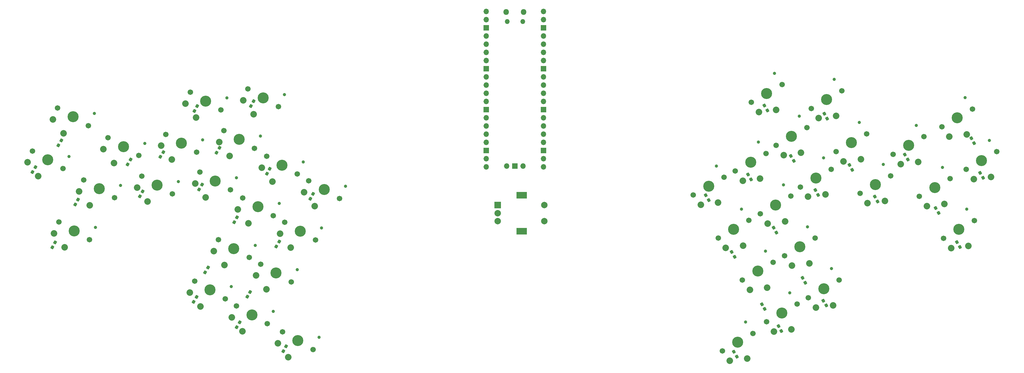
<source format=gbr>
%TF.GenerationSoftware,KiCad,Pcbnew,8.0.8*%
%TF.CreationDate,2025-03-16T10:34:52+05:30*%
%TF.ProjectId,keyboard,6b657962-6f61-4726-942e-6b696361645f,rev?*%
%TF.SameCoordinates,Original*%
%TF.FileFunction,Soldermask,Bot*%
%TF.FilePolarity,Negative*%
%FSLAX46Y46*%
G04 Gerber Fmt 4.6, Leading zero omitted, Abs format (unit mm)*
G04 Created by KiCad (PCBNEW 8.0.8) date 2025-03-16 10:34:52*
%MOMM*%
%LPD*%
G01*
G04 APERTURE LIST*
G04 Aperture macros list*
%AMRoundRect*
0 Rectangle with rounded corners*
0 $1 Rounding radius*
0 $2 $3 $4 $5 $6 $7 $8 $9 X,Y pos of 4 corners*
0 Add a 4 corners polygon primitive as box body*
4,1,4,$2,$3,$4,$5,$6,$7,$8,$9,$2,$3,0*
0 Add four circle primitives for the rounded corners*
1,1,$1+$1,$2,$3*
1,1,$1+$1,$4,$5*
1,1,$1+$1,$6,$7*
1,1,$1+$1,$8,$9*
0 Add four rect primitives between the rounded corners*
20,1,$1+$1,$2,$3,$4,$5,0*
20,1,$1+$1,$4,$5,$6,$7,0*
20,1,$1+$1,$6,$7,$8,$9,0*
20,1,$1+$1,$8,$9,$2,$3,0*%
G04 Aperture macros list end*
%ADD10C,1.701800*%
%ADD11C,3.429000*%
%ADD12C,0.990600*%
%ADD13C,2.032000*%
%ADD14R,2.000000X2.000000*%
%ADD15C,2.000000*%
%ADD16R,3.200000X2.000000*%
%ADD17O,1.800000X1.800000*%
%ADD18O,1.500000X1.500000*%
%ADD19O,1.700000X1.700000*%
%ADD20R,1.700000X1.700000*%
%ADD21RoundRect,0.237500X-0.061931X0.367732X-0.349431X-0.130232X0.061931X-0.367732X0.349431X0.130232X0*%
%ADD22RoundRect,0.237500X-0.349431X0.130232X-0.061931X-0.367732X0.349431X-0.130232X0.061931X0.367732X0*%
G04 APERTURE END LIST*
D10*
%TO.C,SW22*%
X260298896Y-62974533D03*
D11*
X265062036Y-60224533D03*
D12*
X267482689Y-53977226D03*
D10*
X269825176Y-57474533D03*
D13*
X268012036Y-65334083D03*
X262631909Y-66015430D03*
%TD*%
D14*
%TO.C,SW42*%
X181500000Y-94900000D03*
D15*
X181500000Y-99900000D03*
X181500000Y-97400000D03*
D16*
X189000000Y-91800000D03*
X189000000Y-103000000D03*
D15*
X196000000Y-99900000D03*
X196000000Y-94900000D03*
%TD*%
D10*
%TO.C,SW14*%
X94855297Y-105654304D03*
D11*
X99618437Y-108404304D03*
D12*
X106239090Y-107376997D03*
D10*
X104381577Y-111154304D03*
D13*
X96668437Y-113513854D03*
X93388310Y-109195201D03*
%TD*%
D10*
%TO.C,SW18*%
X257510394Y-118144702D03*
D11*
X262273534Y-115394702D03*
D12*
X264694187Y-109147395D03*
D10*
X267036674Y-112644702D03*
D13*
X265223534Y-120504252D03*
X259843407Y-121185599D03*
%TD*%
D10*
%TO.C,SW32*%
X87455299Y-118471479D03*
D11*
X92218439Y-121221479D03*
D12*
X98839092Y-120194172D03*
D10*
X96981579Y-123971479D03*
D13*
X89268439Y-126331029D03*
X85988312Y-122012376D03*
%TD*%
D10*
%TO.C,SW15*%
X107953296Y-113216439D03*
D11*
X112716436Y-115966439D03*
D12*
X119337089Y-114939132D03*
D10*
X117479576Y-118716439D03*
D13*
X109766436Y-121075989D03*
X106486309Y-116757336D03*
%TD*%
D10*
%TO.C,SW29*%
X312472597Y-92185761D03*
D11*
X317235737Y-89435761D03*
D12*
X319656390Y-83188454D03*
D10*
X321998877Y-86685761D03*
D13*
X320185737Y-94545311D03*
X314805610Y-95226658D03*
%TD*%
D10*
%TO.C,SW27*%
X294049205Y-91275509D03*
D11*
X298812345Y-88525509D03*
D12*
X301232998Y-82278202D03*
D10*
X303575485Y-85775509D03*
D13*
X301762345Y-93635059D03*
X296382218Y-94316406D03*
%TD*%
D10*
%TO.C,SW11*%
X45286598Y-100129813D03*
D11*
X50049738Y-102879813D03*
D12*
X56670391Y-101852506D03*
D10*
X54812878Y-105629813D03*
D13*
X47099738Y-107989363D03*
X43819611Y-103670710D03*
%TD*%
D10*
%TO.C,SW20*%
X263068441Y-97615254D03*
D11*
X267831581Y-94865254D03*
D12*
X270252234Y-88617947D03*
D10*
X272594721Y-92115254D03*
D13*
X270781581Y-99974804D03*
X265401454Y-100656151D03*
%TD*%
D10*
%TO.C,SW30*%
X319972598Y-105176146D03*
D11*
X324735738Y-102426146D03*
D12*
X327156391Y-96178839D03*
D10*
X329498878Y-99676146D03*
D13*
X327685738Y-107535696D03*
X322305611Y-108217043D03*
%TD*%
D10*
%TO.C,SW12*%
X71041527Y-85900975D03*
D11*
X75804667Y-88650975D03*
D12*
X82425320Y-87623668D03*
D10*
X80567807Y-91400975D03*
D13*
X72854667Y-93760525D03*
X69574540Y-89441872D03*
%TD*%
D10*
%TO.C,SW25*%
X278868386Y-64862765D03*
D11*
X283631526Y-62112765D03*
D12*
X286052179Y-55865458D03*
D10*
X288394666Y-59362765D03*
D13*
X286581526Y-67222315D03*
X281201399Y-67903662D03*
%TD*%
D10*
%TO.C,SW21*%
X270568441Y-110605634D03*
D11*
X275331581Y-107855634D03*
D12*
X277752234Y-101608327D03*
D10*
X280094721Y-105105634D03*
D13*
X278281581Y-112965184D03*
X272901454Y-113646531D03*
%TD*%
D10*
%TO.C,SW7*%
X78541528Y-72910593D03*
D11*
X83304668Y-75660593D03*
D12*
X89925321Y-74633286D03*
D10*
X88067808Y-78410593D03*
D13*
X80354668Y-80770143D03*
X77074541Y-76451490D03*
%TD*%
D10*
%TO.C,SW24*%
X275558822Y-89249228D03*
D11*
X280321962Y-86499228D03*
D12*
X282742615Y-80251921D03*
D10*
X285085102Y-83749228D03*
D13*
X283271962Y-91608778D03*
X277891835Y-92290125D03*
%TD*%
D10*
%TO.C,SW13*%
X89081908Y-84654119D03*
D11*
X93845048Y-87404119D03*
D12*
X100465701Y-86376812D03*
D10*
X98608188Y-90154119D03*
D13*
X90895048Y-92513669D03*
X87614921Y-88195016D03*
%TD*%
D10*
%TO.C,SW9*%
X102355299Y-92663927D03*
D11*
X107118439Y-95413927D03*
D12*
X113739092Y-94386620D03*
D10*
X111881579Y-98163927D03*
D13*
X104168439Y-100523477D03*
X100888312Y-96204824D03*
%TD*%
D17*
%TO.C,U1*%
X184165000Y-34890000D03*
D18*
X184465000Y-37920000D03*
X189315000Y-37920000D03*
D17*
X189615000Y-34890000D03*
D19*
X178000000Y-34760000D03*
X178000000Y-37300000D03*
D20*
X178000000Y-39840000D03*
D19*
X178000000Y-42380000D03*
X178000000Y-44920000D03*
X178000000Y-47460000D03*
X178000000Y-50000000D03*
D20*
X178000000Y-52540000D03*
D19*
X178000000Y-55080000D03*
X178000000Y-57620000D03*
X178000000Y-60160000D03*
X178000000Y-62700000D03*
D20*
X178000000Y-65240000D03*
D19*
X178000000Y-67780000D03*
X178000000Y-70320000D03*
X178000000Y-72860000D03*
X178000000Y-75400000D03*
D20*
X178000000Y-77940000D03*
D19*
X178000000Y-80480000D03*
X178000000Y-83020000D03*
X195780000Y-83020000D03*
X195780000Y-80480000D03*
D20*
X195780000Y-77940000D03*
D19*
X195780000Y-75400000D03*
X195780000Y-72860000D03*
X195780000Y-70320000D03*
X195780000Y-67780000D03*
D20*
X195780000Y-65240000D03*
D19*
X195780000Y-62700000D03*
X195780000Y-60160000D03*
X195780000Y-57620000D03*
X195780000Y-55080000D03*
D20*
X195780000Y-52540000D03*
D19*
X195780000Y-50000000D03*
X195780000Y-47460000D03*
X195780000Y-44920000D03*
X195780000Y-42380000D03*
D20*
X195780000Y-39840000D03*
D19*
X195780000Y-37300000D03*
X195780000Y-34760000D03*
X184350000Y-82790000D03*
D20*
X186890000Y-82790000D03*
D19*
X189430000Y-82790000D03*
%TD*%
D10*
%TO.C,SW8*%
X96531909Y-71750341D03*
D11*
X101295049Y-74500341D03*
D12*
X107915702Y-73473034D03*
D10*
X106058189Y-77250341D03*
D13*
X98345049Y-79609891D03*
X95064922Y-75291238D03*
%TD*%
D10*
%TO.C,SW38*%
X319435513Y-70545891D03*
D11*
X324198653Y-67795891D03*
D12*
X326619306Y-61548584D03*
D10*
X328961793Y-65045891D03*
D13*
X327148653Y-72905441D03*
X321768526Y-73586788D03*
%TD*%
D10*
%TO.C,SW33*%
X278000773Y-123635085D03*
D11*
X282763913Y-120885085D03*
D12*
X285184566Y-114637778D03*
D10*
X287527053Y-118135085D03*
D13*
X285713913Y-125994635D03*
X280333786Y-126675982D03*
%TD*%
D10*
%TO.C,SW19*%
X255308516Y-84330937D03*
D11*
X260071656Y-81580937D03*
D12*
X262492309Y-75333630D03*
D10*
X264834796Y-78830937D03*
D13*
X263021656Y-86690487D03*
X257641529Y-87371834D03*
%TD*%
D10*
%TO.C,SW40*%
X114735101Y-134221480D03*
D11*
X119498241Y-136971480D03*
D12*
X126118894Y-135944173D03*
D10*
X124261381Y-139721480D03*
D13*
X116548241Y-142081030D03*
X113268114Y-137762377D03*
%TD*%
D10*
%TO.C,SW16*%
X242278135Y-91761659D03*
D11*
X247041275Y-89011659D03*
D12*
X249461928Y-82764352D03*
D10*
X251804415Y-86261659D03*
D13*
X249991275Y-94121209D03*
X244611148Y-94802556D03*
%TD*%
D10*
%TO.C,SW34*%
X44909746Y-64716963D03*
D11*
X49672886Y-67466963D03*
D12*
X56293539Y-66439656D03*
D10*
X54436026Y-70216963D03*
D13*
X46722886Y-72576513D03*
X43442759Y-68257860D03*
%TD*%
D10*
%TO.C,SW5*%
X122903300Y-87322281D03*
D11*
X127666440Y-90072281D03*
D12*
X134287093Y-89044974D03*
D10*
X132429580Y-92822281D03*
D13*
X124716440Y-95181831D03*
X121436313Y-90863178D03*
%TD*%
D10*
%TO.C,SW26*%
X286600644Y-78255427D03*
D11*
X291363784Y-75505427D03*
D12*
X293784437Y-69258120D03*
D10*
X296126924Y-72755427D03*
D13*
X294313784Y-80614977D03*
X288933657Y-81296324D03*
%TD*%
D10*
%TO.C,SW10*%
X115453296Y-100226062D03*
D11*
X120216436Y-102976062D03*
D12*
X126837089Y-101948755D03*
D10*
X124979576Y-105726062D03*
D13*
X117266436Y-108085612D03*
X113986309Y-103766959D03*
%TD*%
D10*
%TO.C,SW39*%
X326993706Y-83801997D03*
D11*
X331756846Y-81051997D03*
D12*
X334177499Y-74804690D03*
D10*
X336519986Y-78301997D03*
D13*
X334706846Y-86161547D03*
X329326719Y-86842894D03*
%TD*%
D10*
%TO.C,SW37*%
X265010395Y-131135084D03*
D11*
X269773535Y-128385084D03*
D12*
X272194188Y-122137777D03*
D10*
X274536675Y-125635084D03*
D13*
X272723535Y-133494634D03*
X267343408Y-134175981D03*
%TD*%
D10*
%TO.C,SW4*%
X109805300Y-79760148D03*
D11*
X114568440Y-82510148D03*
D12*
X121189093Y-81482841D03*
D10*
X119331580Y-85260148D03*
D13*
X111618440Y-87619698D03*
X108338313Y-83301045D03*
%TD*%
D10*
%TO.C,SW28*%
X304347327Y-79112381D03*
D11*
X309110467Y-76362381D03*
D12*
X311531120Y-70115074D03*
D10*
X313873607Y-73612381D03*
D13*
X312060467Y-81471931D03*
X306680340Y-82153278D03*
%TD*%
D10*
%TO.C,SW23*%
X267991154Y-76297917D03*
D11*
X272754294Y-73547917D03*
D12*
X275174947Y-67300610D03*
D10*
X277517434Y-70797917D03*
D13*
X275704294Y-78657467D03*
X270324167Y-79338814D03*
%TD*%
D10*
%TO.C,SW3*%
X103981909Y-58846561D03*
D11*
X108745049Y-61596561D03*
D12*
X115365702Y-60569254D03*
D10*
X113508189Y-64346561D03*
D13*
X105795049Y-66706111D03*
X102514922Y-62387458D03*
%TD*%
D10*
%TO.C,SW17*%
X250010393Y-105154323D03*
D11*
X254773533Y-102404323D03*
D12*
X257194186Y-96157016D03*
D10*
X259536673Y-99654323D03*
D13*
X257723533Y-107513873D03*
X252343406Y-108195220D03*
%TD*%
D10*
%TO.C,SW2*%
X86081529Y-59850934D03*
D11*
X90844669Y-62600934D03*
D12*
X97465322Y-61573627D03*
D10*
X95607809Y-65350934D03*
D13*
X87894669Y-67710484D03*
X84614542Y-63391831D03*
%TD*%
D10*
%TO.C,SW36*%
X100453297Y-126206823D03*
D11*
X105216437Y-128956823D03*
D12*
X111837090Y-127929516D03*
D10*
X109979577Y-131706823D03*
D13*
X102266437Y-134066373D03*
X98986310Y-129747720D03*
%TD*%
D10*
%TO.C,SW6*%
X53051146Y-87061230D03*
D11*
X57814286Y-89811230D03*
D12*
X64434939Y-88783923D03*
D10*
X62577426Y-92561230D03*
D13*
X54864286Y-94920780D03*
X51584159Y-90602127D03*
%TD*%
D10*
%TO.C,SW31*%
X251288641Y-140212044D03*
D11*
X256051781Y-137462044D03*
D12*
X258472434Y-131214737D03*
D10*
X260814921Y-134712044D03*
D13*
X259001781Y-142571594D03*
X253621654Y-143252941D03*
%TD*%
D10*
%TO.C,SW35*%
X37076179Y-78069021D03*
D11*
X41839319Y-80819021D03*
D12*
X48459972Y-79791714D03*
D10*
X46602459Y-83569021D03*
D13*
X38889319Y-85928571D03*
X35609192Y-81609918D03*
%TD*%
D10*
%TO.C,SW1*%
X60591149Y-74001568D03*
D11*
X65354289Y-76751568D03*
D12*
X71974942Y-75724261D03*
D10*
X70117429Y-79501568D03*
D13*
X62404289Y-81861118D03*
X59124162Y-77542465D03*
%TD*%
D21*
%TO.C,D14*%
X91604338Y-114285145D03*
X90729340Y-115800685D03*
%TD*%
D22*
%TO.C,D64*%
X331355607Y-84892092D03*
X332230605Y-86407638D03*
%TD*%
D21*
%TO.C,D1*%
X67563837Y-80722243D03*
X66688839Y-82237783D03*
%TD*%
D22*
%TO.C,D63*%
X328594071Y-74108976D03*
X329469069Y-75624522D03*
%TD*%
%TO.C,D21*%
X276192553Y-117503153D03*
X277067551Y-119018699D03*
%TD*%
%TO.C,D20*%
X267192553Y-101914695D03*
X268067551Y-103430241D03*
%TD*%
%TO.C,D17*%
X254202174Y-109414695D03*
X255077172Y-110930241D03*
%TD*%
%TO.C,D62*%
X268743124Y-132444092D03*
X269618122Y-133959638D03*
%TD*%
%TO.C,D23*%
X272592528Y-79646481D03*
X273467526Y-81162027D03*
%TD*%
%TO.C,D53*%
X307973688Y-79235728D03*
X308848686Y-80751274D03*
%TD*%
D21*
%TO.C,D7*%
X77723216Y-78407946D03*
X76848218Y-79923486D03*
%TD*%
%TO.C,D61*%
X101414271Y-131293840D03*
X100539273Y-132809380D03*
%TD*%
%TO.C,D12*%
X71314200Y-90677213D03*
X70439202Y-92192753D03*
%TD*%
D22*
%TO.C,D56*%
X254886720Y-140444091D03*
X255761718Y-141959637D03*
%TD*%
D21*
%TO.C,D10*%
X113702336Y-106258813D03*
X112827338Y-107774353D03*
%TD*%
%TO.C,D26*%
X115876716Y-138755916D03*
X115001718Y-140271456D03*
%TD*%
%TO.C,D3*%
X105792561Y-62591415D03*
X104917563Y-64106955D03*
%TD*%
%TO.C,D9*%
X100604340Y-98696685D03*
X99729342Y-100212225D03*
%TD*%
%TO.C,D60*%
X37998262Y-83133585D03*
X37123264Y-84649125D03*
%TD*%
D22*
%TO.C,D22*%
X264366066Y-63983618D03*
X265241064Y-65499164D03*
%TD*%
D21*
%TO.C,D15*%
X104702338Y-121847270D03*
X103827340Y-123362810D03*
%TD*%
%TO.C,D2*%
X88233802Y-64107861D03*
X87358804Y-65623401D03*
%TD*%
%TO.C,D5*%
X124262457Y-91411801D03*
X123387459Y-92927341D03*
%TD*%
%TO.C,D6*%
X51265183Y-93154608D03*
X50390185Y-94670148D03*
%TD*%
D22*
%TO.C,D24*%
X280152415Y-90205559D03*
X281027413Y-91721105D03*
%TD*%
%TO.C,D16*%
X246167654Y-91839706D03*
X247042652Y-93355252D03*
%TD*%
D21*
%TO.C,D59*%
X46038041Y-74842707D03*
X45163043Y-76358247D03*
%TD*%
%TO.C,D57*%
X88053378Y-123435583D03*
X87178380Y-124951123D03*
%TD*%
%TO.C,D11*%
X44158194Y-106464270D03*
X43283196Y-107979810D03*
%TD*%
D22*
%TO.C,D58*%
X282662031Y-124552345D03*
X283537029Y-126067891D03*
%TD*%
D21*
%TO.C,D13*%
X89746970Y-88502195D03*
X88871972Y-90017735D03*
%TD*%
D22*
%TO.C,D18*%
X263577172Y-125652676D03*
X264452170Y-127168222D03*
%TD*%
%TO.C,D55*%
X324133173Y-106382473D03*
X325008171Y-107898019D03*
%TD*%
%TO.C,D25*%
X282979351Y-66503981D03*
X283854349Y-68019527D03*
%TD*%
%TO.C,D19*%
X259281904Y-85397396D03*
X260156902Y-86912942D03*
%TD*%
%TO.C,D51*%
X290729925Y-82407550D03*
X291604923Y-83923096D03*
%TD*%
%TO.C,D52*%
X298642795Y-92231836D03*
X299517793Y-93747382D03*
%TD*%
D21*
%TO.C,D8*%
X95155947Y-77133581D03*
X94280949Y-78649121D03*
%TD*%
D22*
%TO.C,D54*%
X317536188Y-95798460D03*
X318411186Y-97314006D03*
%TD*%
D21*
%TO.C,D4*%
X110790263Y-83633630D03*
X109915265Y-85149170D03*
%TD*%
M02*

</source>
